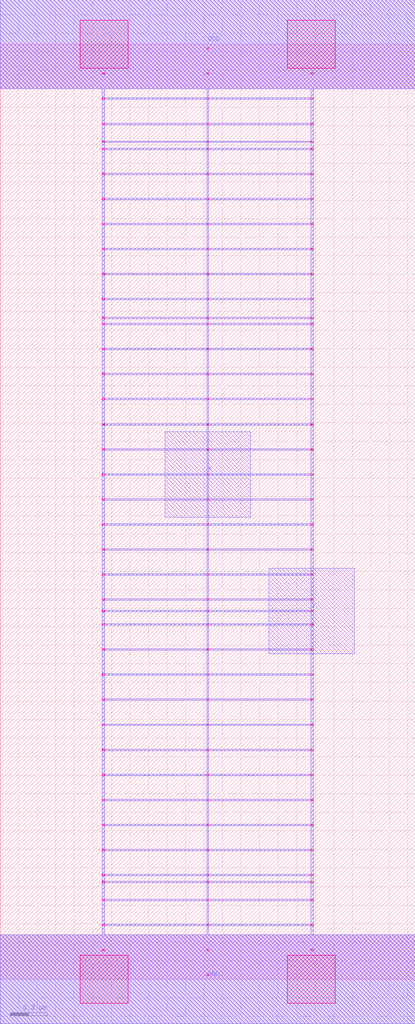
<source format=lef>
MACRO INV_DEBUG
 CLASS CORE ;
 FOREIGN INV_DEBUG 0 0 ;
 SIZE 2.24 BY 5.04 ;
 ORIGIN 0 0 ;
 SYMMETRY X Y R90 ;
 SITE unit ;
  PIN VDD
   DIRECTION INOUT ;
   USE SIGNAL ;
   SHAPE ABUTMENT ;
    PORT
     CLASS CORE ;
       LAYER met1 ;
        RECT 0.00000000 4.80000000 2.24000000 5.28000000 ;
       LAYER met2 ;
        RECT 0.00000000 4.80000000 2.24000000 5.28000000 ;
    END
  END VDD

  PIN GND
   DIRECTION INOUT ;
   USE SIGNAL ;
   SHAPE ABUTMENT ;
    PORT
     CLASS CORE ;
       LAYER met1 ;
        RECT 0.00000000 -0.24000000 2.24000000 0.24000000 ;
       LAYER met2 ;
        RECT 0.00000000 -0.24000000 2.24000000 0.24000000 ;
    END
  END GND

  PIN Y
   DIRECTION INOUT ;
   USE SIGNAL ;
   SHAPE ABUTMENT ;
    PORT
     CLASS CORE ;
       LAYER met2 ;
        RECT 1.45000000 1.75500000 1.91000000 2.21500000 ;
    END
  END Y

  PIN A
   DIRECTION INOUT ;
   USE SIGNAL ;
   SHAPE ABUTMENT ;
    PORT
     CLASS CORE ;
       LAYER met2 ;
        RECT 0.89000000 2.49200000 1.35000000 2.95200000 ;
    END
  END A

 OBS
    LAYER polycont ;
     RECT 0.55100000 2.58300000 0.56400000 2.59100000 ;
     RECT 1.11600000 2.58300000 1.12400000 2.59100000 ;
     RECT 1.67600000 2.58300000 1.68900000 2.59100000 ;
     RECT 0.55100000 2.71800000 0.56400000 2.72600000 ;
     RECT 1.11600000 2.71800000 1.12400000 2.72600000 ;
     RECT 1.67600000 2.71800000 1.68900000 2.72600000 ;
     RECT 0.55100000 2.85300000 0.56400000 2.86100000 ;
     RECT 1.11600000 2.85300000 1.12400000 2.86100000 ;
     RECT 1.67600000 2.85300000 1.68900000 2.86100000 ;
     RECT 0.55100000 2.98800000 0.56400000 2.99600000 ;
     RECT 1.11600000 2.98800000 1.12400000 2.99600000 ;
     RECT 1.67600000 2.98800000 1.68900000 2.99600000 ;

    LAYER pdiffc ;
     RECT 0.55100000 3.39300000 0.55900000 3.40100000 ;
     RECT 1.68100000 3.39300000 1.68900000 3.40100000 ;
     RECT 0.55100000 3.52800000 0.55900000 3.53600000 ;
     RECT 1.68100000 3.52800000 1.68900000 3.53600000 ;
     RECT 0.55100000 3.56100000 0.55900000 3.56900000 ;
     RECT 1.68100000 3.56100000 1.68900000 3.56900000 ;
     RECT 0.55100000 3.66300000 0.55900000 3.67100000 ;
     RECT 1.68100000 3.66300000 1.68900000 3.67100000 ;
     RECT 0.55100000 3.79800000 0.55900000 3.80600000 ;
     RECT 1.68100000 3.79800000 1.68900000 3.80600000 ;
     RECT 0.55100000 3.93300000 0.55900000 3.94100000 ;
     RECT 1.68100000 3.93300000 1.68900000 3.94100000 ;
     RECT 0.55100000 4.06800000 0.55900000 4.07600000 ;
     RECT 1.68100000 4.06800000 1.68900000 4.07600000 ;
     RECT 0.55100000 4.20300000 0.55900000 4.21100000 ;
     RECT 1.68100000 4.20300000 1.68900000 4.21100000 ;
     RECT 0.55100000 4.33800000 0.55900000 4.34600000 ;
     RECT 1.68100000 4.33800000 1.68900000 4.34600000 ;
     RECT 0.55100000 4.47300000 0.55900000 4.48100000 ;
     RECT 1.68100000 4.47300000 1.68900000 4.48100000 ;
     RECT 0.55100000 4.51100000 0.55900000 4.51900000 ;
     RECT 1.68100000 4.51100000 1.68900000 4.51900000 ;
     RECT 0.55100000 4.60800000 0.55900000 4.61600000 ;
     RECT 1.68100000 4.60800000 1.68900000 4.61600000 ;

    LAYER ndiffc ;
     RECT 0.55100000 0.42300000 0.56400000 0.43100000 ;
     RECT 1.67600000 0.42300000 1.68900000 0.43100000 ;
     RECT 0.55100000 0.52100000 0.56400000 0.52900000 ;
     RECT 1.67600000 0.52100000 1.68900000 0.52900000 ;
     RECT 0.55100000 0.55800000 0.56400000 0.56600000 ;
     RECT 1.67600000 0.55800000 1.68900000 0.56600000 ;
     RECT 0.55100000 0.69300000 0.56400000 0.70100000 ;
     RECT 1.67600000 0.69300000 1.68900000 0.70100000 ;
     RECT 0.55100000 0.82800000 0.56400000 0.83600000 ;
     RECT 1.67600000 0.82800000 1.68900000 0.83600000 ;
     RECT 0.55100000 0.96300000 0.56400000 0.97100000 ;
     RECT 1.67600000 0.96300000 1.68900000 0.97100000 ;
     RECT 0.55100000 1.09800000 0.56400000 1.10600000 ;
     RECT 1.67600000 1.09800000 1.68900000 1.10600000 ;
     RECT 0.55100000 1.23300000 0.56400000 1.24100000 ;
     RECT 1.67600000 1.23300000 1.68900000 1.24100000 ;
     RECT 0.55100000 1.36800000 0.56400000 1.37600000 ;
     RECT 1.67600000 1.36800000 1.68900000 1.37600000 ;
     RECT 0.55100000 1.50300000 0.56400000 1.51100000 ;
     RECT 1.67600000 1.50300000 1.68900000 1.51100000 ;
     RECT 0.55100000 1.63800000 0.56400000 1.64600000 ;
     RECT 1.67600000 1.63800000 1.68900000 1.64600000 ;
     RECT 0.55100000 1.77300000 0.56400000 1.78100000 ;
     RECT 1.67600000 1.77300000 1.68900000 1.78100000 ;
     RECT 0.55100000 1.90800000 0.56400000 1.91600000 ;
     RECT 1.67600000 1.90800000 1.68900000 1.91600000 ;
     RECT 0.55100000 1.98100000 0.56400000 1.98900000 ;
     RECT 1.67600000 1.98100000 1.68900000 1.98900000 ;
     RECT 0.55100000 2.04300000 0.56400000 2.05100000 ;
     RECT 1.67600000 2.04300000 1.68900000 2.05100000 ;

    LAYER met1 ;
     RECT 0.00000000 -0.24000000 2.24000000 0.24000000 ;
     RECT 1.11600000 0.24000000 1.12400000 0.28800000 ;
     RECT 0.55100000 0.28800000 1.68900000 0.29600000 ;
     RECT 1.11600000 0.29600000 1.12400000 0.42300000 ;
     RECT 0.55100000 0.42300000 1.68900000 0.43100000 ;
     RECT 1.11600000 0.43100000 1.12400000 0.52100000 ;
     RECT 0.55100000 0.52100000 1.68900000 0.52900000 ;
     RECT 1.11600000 0.52900000 1.12400000 0.55800000 ;
     RECT 0.55100000 0.55800000 1.68900000 0.56600000 ;
     RECT 1.11600000 0.56600000 1.12400000 0.69300000 ;
     RECT 0.55100000 0.69300000 1.68900000 0.70100000 ;
     RECT 1.11600000 0.70100000 1.12400000 0.82800000 ;
     RECT 0.55100000 0.82800000 1.68900000 0.83600000 ;
     RECT 1.11600000 0.83600000 1.12400000 0.96300000 ;
     RECT 0.55100000 0.96300000 1.68900000 0.97100000 ;
     RECT 1.11600000 0.97100000 1.12400000 1.09800000 ;
     RECT 0.55100000 1.09800000 1.68900000 1.10600000 ;
     RECT 1.11600000 1.10600000 1.12400000 1.23300000 ;
     RECT 0.55100000 1.23300000 1.68900000 1.24100000 ;
     RECT 1.11600000 1.24100000 1.12400000 1.36800000 ;
     RECT 0.55100000 1.36800000 1.68900000 1.37600000 ;
     RECT 1.11600000 1.37600000 1.12400000 1.50300000 ;
     RECT 0.55100000 1.50300000 1.68900000 1.51100000 ;
     RECT 1.11600000 1.51100000 1.12400000 1.63800000 ;
     RECT 0.55100000 1.63800000 1.68900000 1.64600000 ;
     RECT 1.11600000 1.64600000 1.12400000 1.77300000 ;
     RECT 0.55100000 1.77300000 1.68900000 1.78100000 ;
     RECT 1.11600000 1.78100000 1.12400000 1.90800000 ;
     RECT 0.55100000 1.90800000 1.68900000 1.91600000 ;
     RECT 1.11600000 1.91600000 1.12400000 1.98100000 ;
     RECT 0.55100000 1.98100000 1.68900000 1.98900000 ;
     RECT 1.11600000 1.98900000 1.12400000 2.04300000 ;
     RECT 0.55100000 2.04300000 1.68900000 2.05100000 ;
     RECT 1.11600000 2.05100000 1.12400000 2.17800000 ;
     RECT 0.55100000 2.17800000 1.68900000 2.18600000 ;
     RECT 1.11600000 2.18600000 1.12400000 2.31300000 ;
     RECT 0.55100000 2.31300000 1.68900000 2.32100000 ;
     RECT 1.11600000 2.32100000 1.12400000 2.44800000 ;
     RECT 0.55100000 2.44800000 1.68900000 2.45600000 ;
     RECT 0.55100000 2.45600000 0.56400000 2.58300000 ;
     RECT 1.11600000 2.45600000 1.12400000 2.58300000 ;
     RECT 1.67600000 2.45600000 1.68900000 2.58300000 ;
     RECT 0.55100000 2.58300000 1.68900000 2.59100000 ;
     RECT 1.11600000 2.59100000 1.12400000 2.71800000 ;
     RECT 0.55100000 2.71800000 1.68900000 2.72600000 ;
     RECT 1.11600000 2.72600000 1.12400000 2.85300000 ;
     RECT 0.55100000 2.85300000 1.68900000 2.86100000 ;
     RECT 1.11600000 2.86100000 1.12400000 2.98800000 ;
     RECT 0.55100000 2.98800000 1.68900000 2.99600000 ;
     RECT 1.11600000 2.99600000 1.12400000 3.12300000 ;
     RECT 0.55100000 3.12300000 1.68900000 3.13100000 ;
     RECT 1.11600000 3.13100000 1.12400000 3.25800000 ;
     RECT 0.55100000 3.25800000 1.68900000 3.26600000 ;
     RECT 1.11600000 3.26600000 1.12400000 3.39300000 ;
     RECT 0.55100000 3.39300000 1.68900000 3.40100000 ;
     RECT 1.11600000 3.40100000 1.12400000 3.52800000 ;
     RECT 0.55100000 3.52800000 1.68900000 3.53600000 ;
     RECT 1.11600000 3.53600000 1.12400000 3.56100000 ;
     RECT 0.55100000 3.56100000 1.68900000 3.56900000 ;
     RECT 1.11600000 3.56900000 1.12400000 3.66300000 ;
     RECT 0.55100000 3.66300000 1.68900000 3.67100000 ;
     RECT 1.11600000 3.67100000 1.12400000 3.79800000 ;
     RECT 0.55100000 3.79800000 1.68900000 3.80600000 ;
     RECT 1.11600000 3.80600000 1.12400000 3.93300000 ;
     RECT 0.55100000 3.93300000 1.68900000 3.94100000 ;
     RECT 1.11600000 3.94100000 1.12400000 4.06800000 ;
     RECT 0.55100000 4.06800000 1.68900000 4.07600000 ;
     RECT 1.11600000 4.07600000 1.12400000 4.20300000 ;
     RECT 0.55100000 4.20300000 1.68900000 4.21100000 ;
     RECT 1.11600000 4.21100000 1.12400000 4.33800000 ;
     RECT 0.55100000 4.33800000 1.68900000 4.34600000 ;
     RECT 1.11600000 4.34600000 1.12400000 4.47300000 ;
     RECT 0.55100000 4.47300000 1.68900000 4.48100000 ;
     RECT 1.11600000 4.48100000 1.12400000 4.51100000 ;
     RECT 0.55100000 4.51100000 1.68900000 4.51900000 ;
     RECT 1.11600000 4.51900000 1.12400000 4.60800000 ;
     RECT 0.55100000 4.60800000 1.68900000 4.61600000 ;
     RECT 1.11600000 4.61600000 1.12400000 4.74300000 ;
     RECT 0.55100000 4.74300000 1.68900000 4.75100000 ;
     RECT 1.11600000 4.75100000 1.12400000 4.80000000 ;
     RECT 0.00000000 4.80000000 2.24000000 5.28000000 ;
     RECT 1.67600000 3.56900000 1.68900000 3.66300000 ;
     RECT 1.67600000 2.86100000 1.68900000 2.98800000 ;
     RECT 1.67600000 4.21100000 1.68900000 4.33800000 ;
     RECT 1.67600000 2.59100000 1.68900000 2.71800000 ;
     RECT 1.67600000 3.67100000 1.68900000 3.79800000 ;
     RECT 1.67600000 4.34600000 1.68900000 4.47300000 ;
     RECT 1.67600000 3.40100000 1.68900000 3.52800000 ;
     RECT 1.67600000 3.13100000 1.68900000 3.25800000 ;
     RECT 1.67600000 4.48100000 1.68900000 4.51100000 ;
     RECT 1.67600000 3.80600000 1.68900000 3.93300000 ;
     RECT 1.67600000 2.72600000 1.68900000 2.85300000 ;
     RECT 1.67600000 4.51900000 1.68900000 4.60800000 ;
     RECT 1.67600000 3.53600000 1.68900000 3.56100000 ;
     RECT 1.67600000 3.94100000 1.68900000 4.06800000 ;
     RECT 1.67600000 4.61600000 1.68900000 4.74300000 ;
     RECT 1.67600000 2.99600000 1.68900000 3.12300000 ;
     RECT 1.67600000 3.26600000 1.68900000 3.39300000 ;
     RECT 1.67600000 4.75100000 1.68900000 4.80000000 ;
     RECT 1.67600000 4.07600000 1.68900000 4.20300000 ;
     RECT 0.55100000 2.99600000 0.56400000 3.12300000 ;
     RECT 0.55100000 3.56900000 0.56400000 3.66300000 ;
     RECT 0.55100000 3.94100000 0.56400000 4.06800000 ;
     RECT 0.55100000 4.48100000 0.56400000 4.51100000 ;
     RECT 0.55100000 3.40100000 0.56400000 3.52800000 ;
     RECT 0.55100000 2.72600000 0.56400000 2.85300000 ;
     RECT 0.55100000 2.59100000 0.56400000 2.71800000 ;
     RECT 0.55100000 4.51900000 0.56400000 4.60800000 ;
     RECT 0.55100000 4.07600000 0.56400000 4.20300000 ;
     RECT 0.55100000 3.67100000 0.56400000 3.79800000 ;
     RECT 0.55100000 3.26600000 0.56400000 3.39300000 ;
     RECT 0.55100000 4.61600000 0.56400000 4.74300000 ;
     RECT 0.55100000 3.53600000 0.56400000 3.56100000 ;
     RECT 0.55100000 4.21100000 0.56400000 4.33800000 ;
     RECT 0.55100000 2.86100000 0.56400000 2.98800000 ;
     RECT 0.55100000 4.75100000 0.56400000 4.80000000 ;
     RECT 0.55100000 3.80600000 0.56400000 3.93300000 ;
     RECT 0.55100000 3.13100000 0.56400000 3.25800000 ;
     RECT 0.55100000 4.34600000 0.56400000 4.47300000 ;
     RECT 0.55100000 1.91600000 0.56400000 1.98100000 ;
     RECT 0.55100000 0.83600000 0.56400000 0.96300000 ;
     RECT 0.55100000 0.56600000 0.56400000 0.69300000 ;
     RECT 0.55100000 1.98900000 0.56400000 2.04300000 ;
     RECT 0.55100000 1.37600000 0.56400000 1.50300000 ;
     RECT 0.55100000 0.29600000 0.56400000 0.42300000 ;
     RECT 0.55100000 2.05100000 0.56400000 2.17800000 ;
     RECT 0.55100000 0.97100000 0.56400000 1.09800000 ;
     RECT 0.55100000 1.51100000 0.56400000 1.63800000 ;
     RECT 0.55100000 2.18600000 0.56400000 2.31300000 ;
     RECT 0.55100000 0.52900000 0.56400000 0.55800000 ;
     RECT 0.55100000 0.70100000 0.56400000 0.82800000 ;
     RECT 0.55100000 2.32100000 0.56400000 2.44800000 ;
     RECT 0.55100000 1.64600000 0.56400000 1.77300000 ;
     RECT 0.55100000 1.10600000 0.56400000 1.23300000 ;
     RECT 0.55100000 0.43100000 0.56400000 0.52100000 ;
     RECT 0.55100000 1.78100000 0.56400000 1.90800000 ;
     RECT 0.55100000 0.24000000 0.56400000 0.28800000 ;
     RECT 0.55100000 1.24100000 0.56400000 1.36800000 ;
     RECT 1.67600000 1.51100000 1.68900000 1.63800000 ;
     RECT 1.67600000 1.98900000 1.68900000 2.04300000 ;
     RECT 1.67600000 0.83600000 1.68900000 0.96300000 ;
     RECT 1.67600000 0.29600000 1.68900000 0.42300000 ;
     RECT 1.67600000 0.24000000 1.68900000 0.28800000 ;
     RECT 1.67600000 2.05100000 1.68900000 2.17800000 ;
     RECT 1.67600000 1.64600000 1.68900000 1.77300000 ;
     RECT 1.67600000 1.24100000 1.68900000 1.36800000 ;
     RECT 1.67600000 0.70100000 1.68900000 0.82800000 ;
     RECT 1.67600000 2.18600000 1.68900000 2.31300000 ;
     RECT 1.67600000 0.97100000 1.68900000 1.09800000 ;
     RECT 1.67600000 1.78100000 1.68900000 1.90800000 ;
     RECT 1.67600000 0.43100000 1.68900000 0.52100000 ;
     RECT 1.67600000 2.32100000 1.68900000 2.44800000 ;
     RECT 1.67600000 1.37600000 1.68900000 1.50300000 ;
     RECT 1.67600000 0.56600000 1.68900000 0.69300000 ;
     RECT 1.67600000 1.91600000 1.68900000 1.98100000 ;
     RECT 1.67600000 0.52900000 1.68900000 0.55800000 ;
     RECT 1.67600000 1.10600000 1.68900000 1.23300000 ;

    LAYER via1 ;
     RECT 1.11600000 0.01800000 1.12400000 0.02600000 ;
     RECT 1.11600000 0.15300000 1.12400000 0.16100000 ;
     RECT 1.11600000 0.28800000 1.12400000 0.29600000 ;
     RECT 1.11600000 0.42300000 1.12400000 0.43100000 ;
     RECT 1.11600000 0.52100000 1.12400000 0.52900000 ;
     RECT 1.11600000 0.55800000 1.12400000 0.56600000 ;
     RECT 1.11600000 0.69300000 1.12400000 0.70100000 ;
     RECT 1.11600000 0.82800000 1.12400000 0.83600000 ;
     RECT 1.11600000 0.96300000 1.12400000 0.97100000 ;
     RECT 1.11600000 1.09800000 1.12400000 1.10600000 ;
     RECT 1.11600000 1.23300000 1.12400000 1.24100000 ;
     RECT 1.11600000 1.36800000 1.12400000 1.37600000 ;
     RECT 1.11600000 1.50300000 1.12400000 1.51100000 ;
     RECT 1.11600000 1.63800000 1.12400000 1.64600000 ;
     RECT 1.11600000 1.77300000 1.12400000 1.78100000 ;
     RECT 1.11600000 1.90800000 1.12400000 1.91600000 ;
     RECT 1.11600000 1.98100000 1.12400000 1.98900000 ;
     RECT 1.11600000 2.04300000 1.12400000 2.05100000 ;
     RECT 1.11600000 2.17800000 1.12400000 2.18600000 ;
     RECT 1.11600000 2.31300000 1.12400000 2.32100000 ;
     RECT 1.11600000 2.44800000 1.12400000 2.45600000 ;
     RECT 1.11600000 2.58300000 1.12400000 2.59100000 ;
     RECT 1.11600000 2.71800000 1.12400000 2.72600000 ;
     RECT 1.11600000 2.85300000 1.12400000 2.86100000 ;
     RECT 1.11600000 2.98800000 1.12400000 2.99600000 ;
     RECT 1.11600000 3.12300000 1.12400000 3.13100000 ;
     RECT 1.11600000 3.25800000 1.12400000 3.26600000 ;
     RECT 1.11600000 3.39300000 1.12400000 3.40100000 ;
     RECT 1.11600000 3.52800000 1.12400000 3.53600000 ;
     RECT 1.11600000 3.56100000 1.12400000 3.56900000 ;
     RECT 1.11600000 3.66300000 1.12400000 3.67100000 ;
     RECT 1.11600000 3.79800000 1.12400000 3.80600000 ;
     RECT 1.11600000 3.93300000 1.12400000 3.94100000 ;
     RECT 1.11600000 4.06800000 1.12400000 4.07600000 ;
     RECT 1.11600000 4.20300000 1.12400000 4.21100000 ;
     RECT 1.11600000 4.33800000 1.12400000 4.34600000 ;
     RECT 1.11600000 4.47300000 1.12400000 4.48100000 ;
     RECT 1.11600000 4.51100000 1.12400000 4.51900000 ;
     RECT 1.11600000 4.60800000 1.12400000 4.61600000 ;
     RECT 1.11600000 4.74300000 1.12400000 4.75100000 ;
     RECT 1.11600000 4.87800000 1.12400000 4.88600000 ;
     RECT 1.11600000 5.01300000 1.12400000 5.02100000 ;
     RECT 1.67600000 3.79800000 1.68900000 3.80600000 ;
     RECT 1.67600000 3.25800000 1.68900000 3.26600000 ;
     RECT 1.67600000 3.93300000 1.68900000 3.94100000 ;
     RECT 1.67600000 2.71800000 1.68900000 2.72600000 ;
     RECT 1.67600000 4.06800000 1.68900000 4.07600000 ;
     RECT 1.67600000 3.39300000 1.68900000 3.40100000 ;
     RECT 1.67600000 4.20300000 1.68900000 4.21100000 ;
     RECT 1.67600000 2.98800000 1.68900000 2.99600000 ;
     RECT 1.67600000 4.33800000 1.68900000 4.34600000 ;
     RECT 1.67600000 3.52800000 1.68900000 3.53600000 ;
     RECT 1.67600000 4.47300000 1.68900000 4.48100000 ;
     RECT 1.67600000 2.58300000 1.68900000 2.59100000 ;
     RECT 1.67600000 4.51100000 1.68900000 4.51900000 ;
     RECT 1.67600000 3.56100000 1.68900000 3.56900000 ;
     RECT 1.67600000 4.60800000 1.68900000 4.61600000 ;
     RECT 1.67600000 3.12300000 1.68900000 3.13100000 ;
     RECT 1.67600000 4.74300000 1.68900000 4.75100000 ;
     RECT 1.67600000 3.66300000 1.68900000 3.67100000 ;
     RECT 1.67600000 4.87800000 1.68900000 4.88600000 ;
     RECT 1.67600000 2.85300000 1.68900000 2.86100000 ;
     RECT 1.55000000 4.91000000 1.81000000 5.17000000 ;
     RECT 0.55100000 4.33800000 0.56400000 4.34600000 ;
     RECT 0.55100000 3.39300000 0.56400000 3.40100000 ;
     RECT 0.55100000 3.12300000 0.56400000 3.13100000 ;
     RECT 0.55100000 4.47300000 0.56400000 4.48100000 ;
     RECT 0.55100000 3.79800000 0.56400000 3.80600000 ;
     RECT 0.55100000 2.71800000 0.56400000 2.72600000 ;
     RECT 0.55100000 4.51100000 0.56400000 4.51900000 ;
     RECT 0.55100000 3.52800000 0.56400000 3.53600000 ;
     RECT 0.55100000 3.93300000 0.56400000 3.94100000 ;
     RECT 0.55100000 4.60800000 0.56400000 4.61600000 ;
     RECT 0.55100000 2.98800000 0.56400000 2.99600000 ;
     RECT 0.55100000 3.25800000 0.56400000 3.26600000 ;
     RECT 0.55100000 4.74300000 0.56400000 4.75100000 ;
     RECT 0.55100000 4.06800000 0.56400000 4.07600000 ;
     RECT 0.55100000 3.56100000 0.56400000 3.56900000 ;
     RECT 0.55100000 4.87800000 0.56400000 4.88600000 ;
     RECT 0.55100000 2.85300000 0.56400000 2.86100000 ;
     RECT 0.55100000 4.20300000 0.56400000 4.21100000 ;
     RECT 0.55100000 2.58300000 0.56400000 2.59100000 ;
     RECT 0.43000000 4.91000000 0.69000000 5.17000000 ;
     RECT 0.55100000 3.66300000 0.56400000 3.67100000 ;
     RECT 0.55100000 0.55800000 0.56400000 0.56600000 ;
     RECT 0.55100000 1.36800000 0.56400000 1.37600000 ;
     RECT 0.55100000 0.15300000 0.56400000 0.16100000 ;
     RECT 0.55100000 1.50300000 0.56400000 1.51100000 ;
     RECT 0.55100000 0.69300000 0.56400000 0.70100000 ;
     RECT 0.55100000 1.63800000 0.56400000 1.64600000 ;
     RECT 0.55100000 0.42300000 0.56400000 0.43100000 ;
     RECT 0.55100000 1.77300000 0.56400000 1.78100000 ;
     RECT 0.55100000 0.82800000 0.56400000 0.83600000 ;
     RECT 0.55100000 1.90800000 0.56400000 1.91600000 ;
     RECT 0.43000000 -0.13000000 0.69000000 0.13000000 ;
     RECT 0.55100000 1.98100000 0.56400000 1.98900000 ;
     RECT 0.55100000 0.96300000 0.56400000 0.97100000 ;
     RECT 0.55100000 2.04300000 0.56400000 2.05100000 ;
     RECT 0.55100000 0.52100000 0.56400000 0.52900000 ;
     RECT 0.55100000 2.17800000 0.56400000 2.18600000 ;
     RECT 0.55100000 1.09800000 0.56400000 1.10600000 ;
     RECT 0.55100000 2.31300000 0.56400000 2.32100000 ;
     RECT 0.55100000 0.28800000 0.56400000 0.29600000 ;
     RECT 0.55100000 2.44800000 0.56400000 2.45600000 ;
     RECT 0.55100000 1.23300000 0.56400000 1.24100000 ;
     RECT 1.55000000 -0.13000000 1.81000000 0.13000000 ;
     RECT 1.67600000 1.09800000 1.68900000 1.10600000 ;
     RECT 1.67600000 1.77300000 1.68900000 1.78100000 ;
     RECT 1.67600000 0.69300000 1.68900000 0.70100000 ;
     RECT 1.67600000 0.52100000 1.68900000 0.52900000 ;
     RECT 1.67600000 1.90800000 1.68900000 1.91600000 ;
     RECT 1.67600000 1.23300000 1.68900000 1.24100000 ;
     RECT 1.67600000 0.15300000 1.68900000 0.16100000 ;
     RECT 1.67600000 1.98100000 1.68900000 1.98900000 ;
     RECT 1.67600000 0.82800000 1.68900000 0.83600000 ;
     RECT 1.67600000 1.36800000 1.68900000 1.37600000 ;
     RECT 1.67600000 2.04300000 1.68900000 2.05100000 ;
     RECT 1.67600000 0.42300000 1.68900000 0.43100000 ;
     RECT 1.67600000 0.55800000 1.68900000 0.56600000 ;
     RECT 1.67600000 2.17800000 1.68900000 2.18600000 ;
     RECT 1.67600000 1.50300000 1.68900000 1.51100000 ;
     RECT 1.67600000 0.96300000 1.68900000 0.97100000 ;
     RECT 1.67600000 2.31300000 1.68900000 2.32100000 ;
     RECT 1.67600000 0.28800000 1.68900000 0.29600000 ;
     RECT 1.67600000 1.63800000 1.68900000 1.64600000 ;
     RECT 1.67600000 2.44800000 1.68900000 2.45600000 ;

    LAYER met2 ;
     RECT 0.00000000 -0.24000000 2.24000000 0.24000000 ;
     RECT 1.11600000 0.24000000 1.12400000 0.28800000 ;
     RECT 0.55100000 0.28800000 1.68900000 0.29600000 ;
     RECT 1.11600000 0.29600000 1.12400000 0.42300000 ;
     RECT 0.55100000 0.42300000 1.68900000 0.43100000 ;
     RECT 1.11600000 0.43100000 1.12400000 0.52100000 ;
     RECT 0.55100000 0.52100000 1.68900000 0.52900000 ;
     RECT 1.11600000 0.52900000 1.12400000 0.55800000 ;
     RECT 0.55100000 0.55800000 1.68900000 0.56600000 ;
     RECT 1.11600000 0.56600000 1.12400000 0.69300000 ;
     RECT 0.55100000 0.69300000 1.68900000 0.70100000 ;
     RECT 1.11600000 0.70100000 1.12400000 0.82800000 ;
     RECT 0.55100000 0.82800000 1.68900000 0.83600000 ;
     RECT 1.11600000 0.83600000 1.12400000 0.96300000 ;
     RECT 0.55100000 0.96300000 1.68900000 0.97100000 ;
     RECT 1.11600000 0.97100000 1.12400000 1.09800000 ;
     RECT 0.55100000 1.09800000 1.68900000 1.10600000 ;
     RECT 1.11600000 1.10600000 1.12400000 1.23300000 ;
     RECT 0.55100000 1.23300000 1.68900000 1.24100000 ;
     RECT 1.11600000 1.24100000 1.12400000 1.36800000 ;
     RECT 0.55100000 1.36800000 1.68900000 1.37600000 ;
     RECT 1.11600000 1.37600000 1.12400000 1.50300000 ;
     RECT 0.55100000 1.50300000 1.68900000 1.51100000 ;
     RECT 1.11600000 1.51100000 1.12400000 1.63800000 ;
     RECT 0.55100000 1.63800000 1.68900000 1.64600000 ;
     RECT 1.11600000 1.64600000 1.12400000 1.77300000 ;
     RECT 0.55100000 1.77300000 1.68900000 1.78100000 ;
     RECT 1.11600000 1.78100000 1.12400000 1.90800000 ;
     RECT 0.55100000 1.90800000 1.68900000 1.91600000 ;
     RECT 1.11600000 1.91600000 1.12400000 1.98100000 ;
     RECT 0.55100000 1.98100000 1.68900000 1.98900000 ;
     RECT 1.11600000 1.98900000 1.12400000 2.04300000 ;
     RECT 0.55100000 2.04300000 1.68900000 2.05100000 ;
     RECT 1.11600000 2.05100000 1.12400000 2.17800000 ;
     RECT 0.55100000 2.17800000 1.68900000 2.18600000 ;
     RECT 1.11600000 2.18600000 1.12400000 2.31300000 ;
     RECT 0.55100000 2.31300000 1.68900000 2.32100000 ;
     RECT 1.11600000 2.32100000 1.12400000 2.44800000 ;
     RECT 0.55100000 2.44800000 1.68900000 2.45600000 ;
     RECT 0.55100000 2.45600000 0.56400000 2.58300000 ;
     RECT 1.11600000 2.45600000 1.12400000 2.58300000 ;
     RECT 1.67600000 2.45600000 1.68900000 2.58300000 ;
     RECT 0.55100000 2.58300000 1.68900000 2.59100000 ;
     RECT 1.11600000 2.59100000 1.12400000 2.71800000 ;
     RECT 0.55100000 2.71800000 1.68900000 2.72600000 ;
     RECT 1.11600000 2.72600000 1.12400000 2.85300000 ;
     RECT 0.55100000 2.85300000 1.68900000 2.86100000 ;
     RECT 1.11600000 2.86100000 1.12400000 2.98800000 ;
     RECT 0.55100000 2.98800000 1.68900000 2.99600000 ;
     RECT 1.11600000 2.99600000 1.12400000 3.12300000 ;
     RECT 0.55100000 3.12300000 1.68900000 3.13100000 ;
     RECT 1.11600000 3.13100000 1.12400000 3.25800000 ;
     RECT 0.55100000 3.25800000 1.68900000 3.26600000 ;
     RECT 1.11600000 3.26600000 1.12400000 3.39300000 ;
     RECT 0.55100000 3.39300000 1.68900000 3.40100000 ;
     RECT 1.11600000 3.40100000 1.12400000 3.52800000 ;
     RECT 0.55100000 3.52800000 1.68900000 3.53600000 ;
     RECT 1.11600000 3.53600000 1.12400000 3.56100000 ;
     RECT 0.55100000 3.56100000 1.68900000 3.56900000 ;
     RECT 1.11600000 3.56900000 1.12400000 3.66300000 ;
     RECT 0.55100000 3.66300000 1.68900000 3.67100000 ;
     RECT 1.11600000 3.67100000 1.12400000 3.79800000 ;
     RECT 0.55100000 3.79800000 1.68900000 3.80600000 ;
     RECT 1.11600000 3.80600000 1.12400000 3.93300000 ;
     RECT 0.55100000 3.93300000 1.68900000 3.94100000 ;
     RECT 1.11600000 3.94100000 1.12400000 4.06800000 ;
     RECT 0.55100000 4.06800000 1.68900000 4.07600000 ;
     RECT 1.11600000 4.07600000 1.12400000 4.20300000 ;
     RECT 0.55100000 4.20300000 1.68900000 4.21100000 ;
     RECT 1.11600000 4.21100000 1.12400000 4.33800000 ;
     RECT 0.55100000 4.33800000 1.68900000 4.34600000 ;
     RECT 1.11600000 4.34600000 1.12400000 4.47300000 ;
     RECT 0.55100000 4.47300000 1.68900000 4.48100000 ;
     RECT 1.11600000 4.48100000 1.12400000 4.51100000 ;
     RECT 0.55100000 4.51100000 1.68900000 4.51900000 ;
     RECT 1.11600000 4.51900000 1.12400000 4.60800000 ;
     RECT 0.55100000 4.60800000 1.68900000 4.61600000 ;
     RECT 1.11600000 4.61600000 1.12400000 4.74300000 ;
     RECT 0.55100000 4.74300000 1.68900000 4.75100000 ;
     RECT 1.11600000 4.75100000 1.12400000 4.80000000 ;
     RECT 0.00000000 4.80000000 2.24000000 5.28000000 ;
     RECT 1.67600000 3.56900000 1.68900000 3.66300000 ;
     RECT 1.67600000 2.86100000 1.68900000 2.98800000 ;
     RECT 1.67600000 4.21100000 1.68900000 4.33800000 ;
     RECT 1.67600000 2.59100000 1.68900000 2.71800000 ;
     RECT 1.67600000 3.67100000 1.68900000 3.79800000 ;
     RECT 1.67600000 4.34600000 1.68900000 4.47300000 ;
     RECT 1.67600000 3.40100000 1.68900000 3.52800000 ;
     RECT 1.67600000 3.13100000 1.68900000 3.25800000 ;
     RECT 1.67600000 4.48100000 1.68900000 4.51100000 ;
     RECT 1.67600000 3.80600000 1.68900000 3.93300000 ;
     RECT 1.67600000 2.72600000 1.68900000 2.85300000 ;
     RECT 1.67600000 4.51900000 1.68900000 4.60800000 ;
     RECT 1.67600000 3.53600000 1.68900000 3.56100000 ;
     RECT 1.67600000 3.94100000 1.68900000 4.06800000 ;
     RECT 1.67600000 4.61600000 1.68900000 4.74300000 ;
     RECT 1.67600000 2.99600000 1.68900000 3.12300000 ;
     RECT 1.67600000 3.26600000 1.68900000 3.39300000 ;
     RECT 1.67600000 4.75100000 1.68900000 4.80000000 ;
     RECT 1.67600000 4.07600000 1.68900000 4.20300000 ;
     RECT 0.55100000 2.99600000 0.56400000 3.12300000 ;
     RECT 0.55100000 3.56900000 0.56400000 3.66300000 ;
     RECT 0.55100000 3.94100000 0.56400000 4.06800000 ;
     RECT 0.55100000 4.48100000 0.56400000 4.51100000 ;
     RECT 0.55100000 3.40100000 0.56400000 3.52800000 ;
     RECT 0.55100000 2.72600000 0.56400000 2.85300000 ;
     RECT 0.55100000 2.59100000 0.56400000 2.71800000 ;
     RECT 0.55100000 4.51900000 0.56400000 4.60800000 ;
     RECT 0.55100000 4.07600000 0.56400000 4.20300000 ;
     RECT 0.55100000 3.67100000 0.56400000 3.79800000 ;
     RECT 0.55100000 3.26600000 0.56400000 3.39300000 ;
     RECT 0.55100000 4.61600000 0.56400000 4.74300000 ;
     RECT 0.55100000 3.53600000 0.56400000 3.56100000 ;
     RECT 0.55100000 4.21100000 0.56400000 4.33800000 ;
     RECT 0.55100000 2.86100000 0.56400000 2.98800000 ;
     RECT 0.55100000 4.75100000 0.56400000 4.80000000 ;
     RECT 0.55100000 3.80600000 0.56400000 3.93300000 ;
     RECT 0.55100000 3.13100000 0.56400000 3.25800000 ;
     RECT 0.55100000 4.34600000 0.56400000 4.47300000 ;
     RECT 0.55100000 1.91600000 0.56400000 1.98100000 ;
     RECT 0.55100000 0.83600000 0.56400000 0.96300000 ;
     RECT 0.55100000 0.56600000 0.56400000 0.69300000 ;
     RECT 0.55100000 1.98900000 0.56400000 2.04300000 ;
     RECT 0.55100000 1.37600000 0.56400000 1.50300000 ;
     RECT 0.55100000 0.29600000 0.56400000 0.42300000 ;
     RECT 0.55100000 2.05100000 0.56400000 2.17800000 ;
     RECT 0.55100000 0.97100000 0.56400000 1.09800000 ;
     RECT 0.55100000 1.51100000 0.56400000 1.63800000 ;
     RECT 0.55100000 2.18600000 0.56400000 2.31300000 ;
     RECT 0.55100000 0.52900000 0.56400000 0.55800000 ;
     RECT 0.55100000 0.70100000 0.56400000 0.82800000 ;
     RECT 0.55100000 2.32100000 0.56400000 2.44800000 ;
     RECT 0.55100000 1.64600000 0.56400000 1.77300000 ;
     RECT 0.55100000 1.10600000 0.56400000 1.23300000 ;
     RECT 0.55100000 0.43100000 0.56400000 0.52100000 ;
     RECT 0.55100000 1.78100000 0.56400000 1.90800000 ;
     RECT 0.55100000 0.24000000 0.56400000 0.28800000 ;
     RECT 0.55100000 1.24100000 0.56400000 1.36800000 ;
     RECT 1.67600000 1.51100000 1.68900000 1.63800000 ;
     RECT 1.67600000 1.98900000 1.68900000 2.04300000 ;
     RECT 1.67600000 0.83600000 1.68900000 0.96300000 ;
     RECT 1.67600000 0.29600000 1.68900000 0.42300000 ;
     RECT 1.67600000 0.24000000 1.68900000 0.28800000 ;
     RECT 1.67600000 2.05100000 1.68900000 2.17800000 ;
     RECT 1.67600000 1.64600000 1.68900000 1.77300000 ;
     RECT 1.67600000 1.24100000 1.68900000 1.36800000 ;
     RECT 1.67600000 0.70100000 1.68900000 0.82800000 ;
     RECT 1.67600000 2.18600000 1.68900000 2.31300000 ;
     RECT 1.67600000 0.97100000 1.68900000 1.09800000 ;
     RECT 1.67600000 1.78100000 1.68900000 1.90800000 ;
     RECT 1.67600000 0.43100000 1.68900000 0.52100000 ;
     RECT 1.67600000 2.32100000 1.68900000 2.44800000 ;
     RECT 1.67600000 1.37600000 1.68900000 1.50300000 ;
     RECT 1.67600000 0.56600000 1.68900000 0.69300000 ;
     RECT 1.67600000 1.91600000 1.68900000 1.98100000 ;
     RECT 1.67600000 0.52900000 1.68900000 0.55800000 ;
     RECT 1.67600000 1.10600000 1.68900000 1.23300000 ;

 END
END INV_DEBUG

</source>
